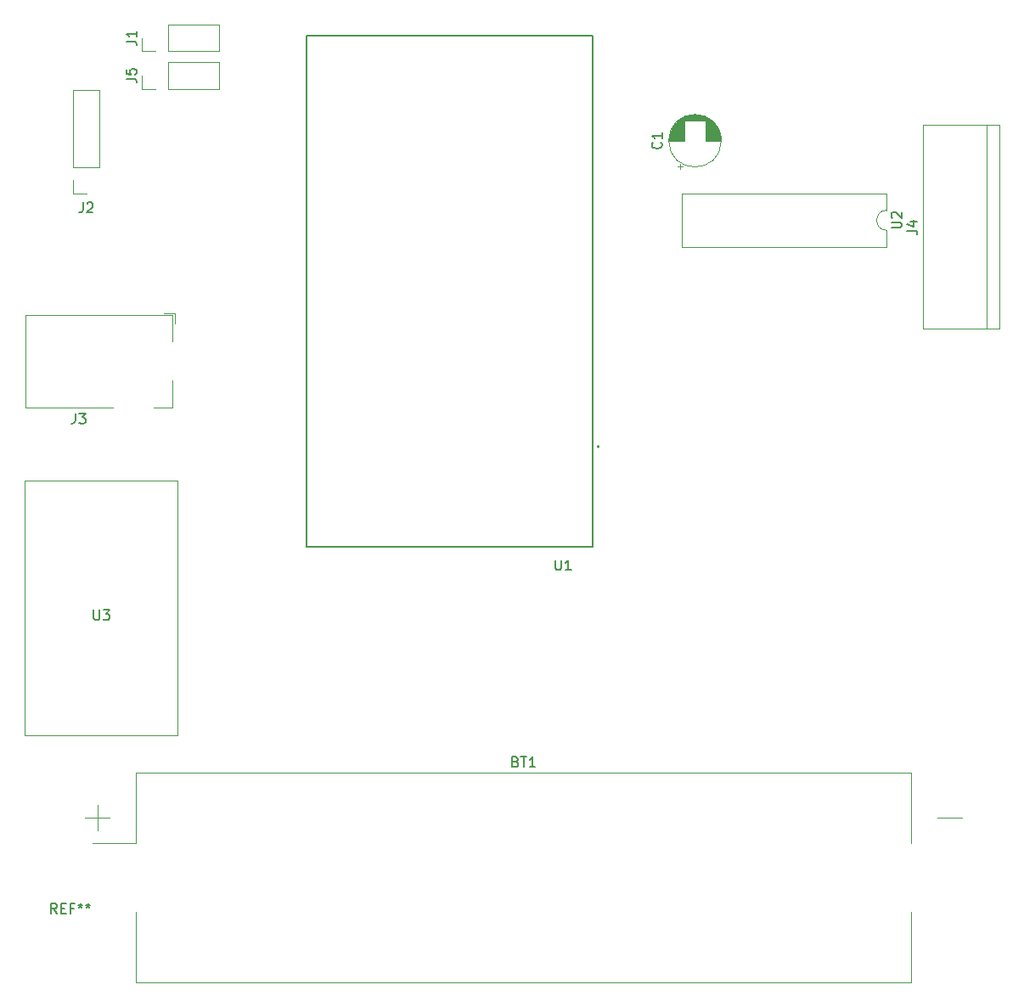
<source format=gbr>
%TF.GenerationSoftware,KiCad,Pcbnew,8.0.4+dfsg-1*%
%TF.CreationDate,2024-08-20T18:38:00-05:00*%
%TF.ProjectId,car-esp32-detector-de-obstaculos,6361722d-6573-4703-9332-2d6465746563,rev?*%
%TF.SameCoordinates,Original*%
%TF.FileFunction,Legend,Top*%
%TF.FilePolarity,Positive*%
%FSLAX46Y46*%
G04 Gerber Fmt 4.6, Leading zero omitted, Abs format (unit mm)*
G04 Created by KiCad (PCBNEW 8.0.4+dfsg-1) date 2024-08-20 18:38:00*
%MOMM*%
%LPD*%
G01*
G04 APERTURE LIST*
%ADD10C,0.150000*%
%ADD11C,0.127000*%
%ADD12C,0.200000*%
%ADD13C,0.120000*%
G04 APERTURE END LIST*
D10*
X43366666Y-126054819D02*
X43033333Y-125578628D01*
X42795238Y-126054819D02*
X42795238Y-125054819D01*
X42795238Y-125054819D02*
X43176190Y-125054819D01*
X43176190Y-125054819D02*
X43271428Y-125102438D01*
X43271428Y-125102438D02*
X43319047Y-125150057D01*
X43319047Y-125150057D02*
X43366666Y-125245295D01*
X43366666Y-125245295D02*
X43366666Y-125388152D01*
X43366666Y-125388152D02*
X43319047Y-125483390D01*
X43319047Y-125483390D02*
X43271428Y-125531009D01*
X43271428Y-125531009D02*
X43176190Y-125578628D01*
X43176190Y-125578628D02*
X42795238Y-125578628D01*
X43795238Y-125531009D02*
X44128571Y-125531009D01*
X44271428Y-126054819D02*
X43795238Y-126054819D01*
X43795238Y-126054819D02*
X43795238Y-125054819D01*
X43795238Y-125054819D02*
X44271428Y-125054819D01*
X45033333Y-125531009D02*
X44700000Y-125531009D01*
X44700000Y-126054819D02*
X44700000Y-125054819D01*
X44700000Y-125054819D02*
X45176190Y-125054819D01*
X45700000Y-125054819D02*
X45700000Y-125292914D01*
X45461905Y-125197676D02*
X45700000Y-125292914D01*
X45700000Y-125292914D02*
X45938095Y-125197676D01*
X45557143Y-125483390D02*
X45700000Y-125292914D01*
X45700000Y-125292914D02*
X45842857Y-125483390D01*
X46461905Y-125054819D02*
X46461905Y-125292914D01*
X46223810Y-125197676D02*
X46461905Y-125292914D01*
X46461905Y-125292914D02*
X46700000Y-125197676D01*
X46319048Y-125483390D02*
X46461905Y-125292914D01*
X46461905Y-125292914D02*
X46604762Y-125483390D01*
X93093095Y-90814819D02*
X93093095Y-91624342D01*
X93093095Y-91624342D02*
X93140714Y-91719580D01*
X93140714Y-91719580D02*
X93188333Y-91767200D01*
X93188333Y-91767200D02*
X93283571Y-91814819D01*
X93283571Y-91814819D02*
X93474047Y-91814819D01*
X93474047Y-91814819D02*
X93569285Y-91767200D01*
X93569285Y-91767200D02*
X93616904Y-91719580D01*
X93616904Y-91719580D02*
X93664523Y-91624342D01*
X93664523Y-91624342D02*
X93664523Y-90814819D01*
X94664523Y-91814819D02*
X94093095Y-91814819D01*
X94378809Y-91814819D02*
X94378809Y-90814819D01*
X94378809Y-90814819D02*
X94283571Y-90957676D01*
X94283571Y-90957676D02*
X94188333Y-91052914D01*
X94188333Y-91052914D02*
X94093095Y-91100533D01*
X45216666Y-76204819D02*
X45216666Y-76919104D01*
X45216666Y-76919104D02*
X45169047Y-77061961D01*
X45169047Y-77061961D02*
X45073809Y-77157200D01*
X45073809Y-77157200D02*
X44930952Y-77204819D01*
X44930952Y-77204819D02*
X44835714Y-77204819D01*
X45597619Y-76204819D02*
X46216666Y-76204819D01*
X46216666Y-76204819D02*
X45883333Y-76585771D01*
X45883333Y-76585771D02*
X46026190Y-76585771D01*
X46026190Y-76585771D02*
X46121428Y-76633390D01*
X46121428Y-76633390D02*
X46169047Y-76681009D01*
X46169047Y-76681009D02*
X46216666Y-76776247D01*
X46216666Y-76776247D02*
X46216666Y-77014342D01*
X46216666Y-77014342D02*
X46169047Y-77109580D01*
X46169047Y-77109580D02*
X46121428Y-77157200D01*
X46121428Y-77157200D02*
X46026190Y-77204819D01*
X46026190Y-77204819D02*
X45740476Y-77204819D01*
X45740476Y-77204819D02*
X45645238Y-77157200D01*
X45645238Y-77157200D02*
X45597619Y-77109580D01*
X47048095Y-95794819D02*
X47048095Y-96604342D01*
X47048095Y-96604342D02*
X47095714Y-96699580D01*
X47095714Y-96699580D02*
X47143333Y-96747200D01*
X47143333Y-96747200D02*
X47238571Y-96794819D01*
X47238571Y-96794819D02*
X47429047Y-96794819D01*
X47429047Y-96794819D02*
X47524285Y-96747200D01*
X47524285Y-96747200D02*
X47571904Y-96699580D01*
X47571904Y-96699580D02*
X47619523Y-96604342D01*
X47619523Y-96604342D02*
X47619523Y-95794819D01*
X48000476Y-95794819D02*
X48619523Y-95794819D01*
X48619523Y-95794819D02*
X48286190Y-96175771D01*
X48286190Y-96175771D02*
X48429047Y-96175771D01*
X48429047Y-96175771D02*
X48524285Y-96223390D01*
X48524285Y-96223390D02*
X48571904Y-96271009D01*
X48571904Y-96271009D02*
X48619523Y-96366247D01*
X48619523Y-96366247D02*
X48619523Y-96604342D01*
X48619523Y-96604342D02*
X48571904Y-96699580D01*
X48571904Y-96699580D02*
X48524285Y-96747200D01*
X48524285Y-96747200D02*
X48429047Y-96794819D01*
X48429047Y-96794819D02*
X48143333Y-96794819D01*
X48143333Y-96794819D02*
X48048095Y-96747200D01*
X48048095Y-96747200D02*
X48000476Y-96699580D01*
X50294819Y-42833333D02*
X51009104Y-42833333D01*
X51009104Y-42833333D02*
X51151961Y-42880952D01*
X51151961Y-42880952D02*
X51247200Y-42976190D01*
X51247200Y-42976190D02*
X51294819Y-43119047D01*
X51294819Y-43119047D02*
X51294819Y-43214285D01*
X50294819Y-41880952D02*
X50294819Y-42357142D01*
X50294819Y-42357142D02*
X50771009Y-42404761D01*
X50771009Y-42404761D02*
X50723390Y-42357142D01*
X50723390Y-42357142D02*
X50675771Y-42261904D01*
X50675771Y-42261904D02*
X50675771Y-42023809D01*
X50675771Y-42023809D02*
X50723390Y-41928571D01*
X50723390Y-41928571D02*
X50771009Y-41880952D01*
X50771009Y-41880952D02*
X50866247Y-41833333D01*
X50866247Y-41833333D02*
X51104342Y-41833333D01*
X51104342Y-41833333D02*
X51199580Y-41880952D01*
X51199580Y-41880952D02*
X51247200Y-41928571D01*
X51247200Y-41928571D02*
X51294819Y-42023809D01*
X51294819Y-42023809D02*
X51294819Y-42261904D01*
X51294819Y-42261904D02*
X51247200Y-42357142D01*
X51247200Y-42357142D02*
X51199580Y-42404761D01*
X45966666Y-55164819D02*
X45966666Y-55879104D01*
X45966666Y-55879104D02*
X45919047Y-56021961D01*
X45919047Y-56021961D02*
X45823809Y-56117200D01*
X45823809Y-56117200D02*
X45680952Y-56164819D01*
X45680952Y-56164819D02*
X45585714Y-56164819D01*
X46395238Y-55260057D02*
X46442857Y-55212438D01*
X46442857Y-55212438D02*
X46538095Y-55164819D01*
X46538095Y-55164819D02*
X46776190Y-55164819D01*
X46776190Y-55164819D02*
X46871428Y-55212438D01*
X46871428Y-55212438D02*
X46919047Y-55260057D01*
X46919047Y-55260057D02*
X46966666Y-55355295D01*
X46966666Y-55355295D02*
X46966666Y-55450533D01*
X46966666Y-55450533D02*
X46919047Y-55593390D01*
X46919047Y-55593390D02*
X46347619Y-56164819D01*
X46347619Y-56164819D02*
X46966666Y-56164819D01*
X89114285Y-110931009D02*
X89257142Y-110978628D01*
X89257142Y-110978628D02*
X89304761Y-111026247D01*
X89304761Y-111026247D02*
X89352380Y-111121485D01*
X89352380Y-111121485D02*
X89352380Y-111264342D01*
X89352380Y-111264342D02*
X89304761Y-111359580D01*
X89304761Y-111359580D02*
X89257142Y-111407200D01*
X89257142Y-111407200D02*
X89161904Y-111454819D01*
X89161904Y-111454819D02*
X88780952Y-111454819D01*
X88780952Y-111454819D02*
X88780952Y-110454819D01*
X88780952Y-110454819D02*
X89114285Y-110454819D01*
X89114285Y-110454819D02*
X89209523Y-110502438D01*
X89209523Y-110502438D02*
X89257142Y-110550057D01*
X89257142Y-110550057D02*
X89304761Y-110645295D01*
X89304761Y-110645295D02*
X89304761Y-110740533D01*
X89304761Y-110740533D02*
X89257142Y-110835771D01*
X89257142Y-110835771D02*
X89209523Y-110883390D01*
X89209523Y-110883390D02*
X89114285Y-110931009D01*
X89114285Y-110931009D02*
X88780952Y-110931009D01*
X89638095Y-110454819D02*
X90209523Y-110454819D01*
X89923809Y-111454819D02*
X89923809Y-110454819D01*
X91066666Y-111454819D02*
X90495238Y-111454819D01*
X90780952Y-111454819D02*
X90780952Y-110454819D01*
X90780952Y-110454819D02*
X90685714Y-110597676D01*
X90685714Y-110597676D02*
X90590476Y-110692914D01*
X90590476Y-110692914D02*
X90495238Y-110740533D01*
X103609580Y-49166666D02*
X103657200Y-49214285D01*
X103657200Y-49214285D02*
X103704819Y-49357142D01*
X103704819Y-49357142D02*
X103704819Y-49452380D01*
X103704819Y-49452380D02*
X103657200Y-49595237D01*
X103657200Y-49595237D02*
X103561961Y-49690475D01*
X103561961Y-49690475D02*
X103466723Y-49738094D01*
X103466723Y-49738094D02*
X103276247Y-49785713D01*
X103276247Y-49785713D02*
X103133390Y-49785713D01*
X103133390Y-49785713D02*
X102942914Y-49738094D01*
X102942914Y-49738094D02*
X102847676Y-49690475D01*
X102847676Y-49690475D02*
X102752438Y-49595237D01*
X102752438Y-49595237D02*
X102704819Y-49452380D01*
X102704819Y-49452380D02*
X102704819Y-49357142D01*
X102704819Y-49357142D02*
X102752438Y-49214285D01*
X102752438Y-49214285D02*
X102800057Y-49166666D01*
X103704819Y-48214285D02*
X103704819Y-48785713D01*
X103704819Y-48499999D02*
X102704819Y-48499999D01*
X102704819Y-48499999D02*
X102847676Y-48595237D01*
X102847676Y-48595237D02*
X102942914Y-48690475D01*
X102942914Y-48690475D02*
X102990533Y-48785713D01*
X50294819Y-39083333D02*
X51009104Y-39083333D01*
X51009104Y-39083333D02*
X51151961Y-39130952D01*
X51151961Y-39130952D02*
X51247200Y-39226190D01*
X51247200Y-39226190D02*
X51294819Y-39369047D01*
X51294819Y-39369047D02*
X51294819Y-39464285D01*
X51294819Y-38083333D02*
X51294819Y-38654761D01*
X51294819Y-38369047D02*
X50294819Y-38369047D01*
X50294819Y-38369047D02*
X50437676Y-38464285D01*
X50437676Y-38464285D02*
X50532914Y-38559523D01*
X50532914Y-38559523D02*
X50580533Y-38654761D01*
X126574819Y-57701904D02*
X127384342Y-57701904D01*
X127384342Y-57701904D02*
X127479580Y-57654285D01*
X127479580Y-57654285D02*
X127527200Y-57606666D01*
X127527200Y-57606666D02*
X127574819Y-57511428D01*
X127574819Y-57511428D02*
X127574819Y-57320952D01*
X127574819Y-57320952D02*
X127527200Y-57225714D01*
X127527200Y-57225714D02*
X127479580Y-57178095D01*
X127479580Y-57178095D02*
X127384342Y-57130476D01*
X127384342Y-57130476D02*
X126574819Y-57130476D01*
X126670057Y-56701904D02*
X126622438Y-56654285D01*
X126622438Y-56654285D02*
X126574819Y-56559047D01*
X126574819Y-56559047D02*
X126574819Y-56320952D01*
X126574819Y-56320952D02*
X126622438Y-56225714D01*
X126622438Y-56225714D02*
X126670057Y-56178095D01*
X126670057Y-56178095D02*
X126765295Y-56130476D01*
X126765295Y-56130476D02*
X126860533Y-56130476D01*
X126860533Y-56130476D02*
X127003390Y-56178095D01*
X127003390Y-56178095D02*
X127574819Y-56749523D01*
X127574819Y-56749523D02*
X127574819Y-56130476D01*
X128154819Y-57973333D02*
X128869104Y-57973333D01*
X128869104Y-57973333D02*
X129011961Y-58020952D01*
X129011961Y-58020952D02*
X129107200Y-58116190D01*
X129107200Y-58116190D02*
X129154819Y-58259047D01*
X129154819Y-58259047D02*
X129154819Y-58354285D01*
X128488152Y-57068571D02*
X129154819Y-57068571D01*
X128107200Y-57306666D02*
X128821485Y-57544761D01*
X128821485Y-57544761D02*
X128821485Y-56925714D01*
D11*
%TO.C,U1*%
X68270000Y-38525000D02*
X96780000Y-38525000D01*
X68270000Y-89475000D02*
X68270000Y-38525000D01*
X68270000Y-89475000D02*
X68270000Y-38525000D01*
X73720000Y-38525000D02*
X68270000Y-38525000D01*
X79000000Y-89475000D02*
X68270000Y-89475000D01*
X85711000Y-89475000D02*
X79000000Y-89475000D01*
X91410000Y-38525000D02*
X73720000Y-38525000D01*
X96780000Y-38525000D02*
X91410000Y-38525000D01*
X96780000Y-38525000D02*
X96780000Y-89475000D01*
X96780000Y-38525000D02*
X96780000Y-89475000D01*
X96780000Y-89475000D02*
X68270000Y-89475000D01*
X96780000Y-89475000D02*
X85711000Y-89475000D01*
D12*
X97450000Y-79515000D02*
G75*
G02*
X97250000Y-79515000I-100000J0D01*
G01*
X97250000Y-79515000D02*
G75*
G02*
X97450000Y-79515000I100000J0D01*
G01*
D13*
%TO.C,J3*%
X40200000Y-66400000D02*
X54900000Y-66400000D01*
X40200000Y-75600000D02*
X40200000Y-66400000D01*
X49000000Y-75600000D02*
X40200000Y-75600000D01*
X54050000Y-66200000D02*
X55100000Y-66200000D01*
X54900000Y-66400000D02*
X54900000Y-69000000D01*
X54900000Y-72900000D02*
X54900000Y-75600000D01*
X54900000Y-75600000D02*
X53000000Y-75600000D01*
X55100000Y-67250000D02*
X55100000Y-66200000D01*
%TO.C,U3*%
X40190000Y-82870000D02*
X55430000Y-82870000D01*
X55430000Y-108270000D01*
X40190000Y-108270000D01*
X40190000Y-82870000D01*
%TO.C,J5*%
X51840000Y-43830000D02*
X51840000Y-42500000D01*
X53170000Y-43830000D02*
X51840000Y-43830000D01*
X54440000Y-41170000D02*
X59580000Y-41170000D01*
X54440000Y-43830000D02*
X54440000Y-41170000D01*
X54440000Y-43830000D02*
X59580000Y-43830000D01*
X59580000Y-43830000D02*
X59580000Y-41170000D01*
%TO.C,J2*%
X44970000Y-51670000D02*
X44970000Y-43990000D01*
X44970000Y-54270000D02*
X44970000Y-52940000D01*
X46300000Y-54270000D02*
X44970000Y-54270000D01*
X47630000Y-43990000D02*
X44970000Y-43990000D01*
X47630000Y-51670000D02*
X44970000Y-51670000D01*
X47630000Y-51670000D02*
X47630000Y-43990000D01*
%TO.C,BT1*%
X46150000Y-116500000D02*
X48650000Y-116500000D01*
X47400000Y-117750000D02*
X47400000Y-115250000D01*
X51260000Y-112060000D02*
X51260000Y-119060000D01*
X51260000Y-119060000D02*
X46900000Y-119060000D01*
X51260000Y-132940000D02*
X51260000Y-125940000D01*
X128540000Y-112060000D02*
X51260000Y-112060000D01*
X128540000Y-119060000D02*
X128540000Y-112080000D01*
X128540000Y-125940000D02*
X128540000Y-132940000D01*
X128540000Y-132940000D02*
X51260000Y-132940000D01*
X133650000Y-116500000D02*
X131150000Y-116500000D01*
%TO.C,C1*%
X105525000Y-51804775D02*
X105525000Y-51304775D01*
X105275000Y-51554775D02*
X105775000Y-51554775D01*
X104420000Y-49000000D02*
X105960000Y-49000000D01*
X108040000Y-49000000D02*
X109580000Y-49000000D01*
X104420000Y-48960000D02*
X105960000Y-48960000D01*
X108040000Y-48960000D02*
X109580000Y-48960000D01*
X104421000Y-48920000D02*
X105960000Y-48920000D01*
X108040000Y-48920000D02*
X109579000Y-48920000D01*
X104422000Y-48880000D02*
X105960000Y-48880000D01*
X108040000Y-48880000D02*
X109578000Y-48880000D01*
X104424000Y-48840000D02*
X105960000Y-48840000D01*
X108040000Y-48840000D02*
X109576000Y-48840000D01*
X104427000Y-48800000D02*
X105960000Y-48800000D01*
X108040000Y-48800000D02*
X109573000Y-48800000D01*
X104431000Y-48760000D02*
X105960000Y-48760000D01*
X108040000Y-48760000D02*
X109569000Y-48760000D01*
X104435000Y-48720000D02*
X105960000Y-48720000D01*
X108040000Y-48720000D02*
X109565000Y-48720000D01*
X104439000Y-48680000D02*
X105960000Y-48680000D01*
X108040000Y-48680000D02*
X109561000Y-48680000D01*
X104444000Y-48640000D02*
X105960000Y-48640000D01*
X108040000Y-48640000D02*
X109556000Y-48640000D01*
X104450000Y-48600000D02*
X105960000Y-48600000D01*
X108040000Y-48600000D02*
X109550000Y-48600000D01*
X104457000Y-48560000D02*
X105960000Y-48560000D01*
X108040000Y-48560000D02*
X109543000Y-48560000D01*
X104464000Y-48520000D02*
X105960000Y-48520000D01*
X108040000Y-48520000D02*
X109536000Y-48520000D01*
X104472000Y-48480000D02*
X105960000Y-48480000D01*
X108040000Y-48480000D02*
X109528000Y-48480000D01*
X104480000Y-48440000D02*
X105960000Y-48440000D01*
X108040000Y-48440000D02*
X109520000Y-48440000D01*
X104489000Y-48400000D02*
X105960000Y-48400000D01*
X108040000Y-48400000D02*
X109511000Y-48400000D01*
X104499000Y-48360000D02*
X105960000Y-48360000D01*
X108040000Y-48360000D02*
X109501000Y-48360000D01*
X104509000Y-48320000D02*
X105960000Y-48320000D01*
X108040000Y-48320000D02*
X109491000Y-48320000D01*
X104520000Y-48279000D02*
X105960000Y-48279000D01*
X108040000Y-48279000D02*
X109480000Y-48279000D01*
X104532000Y-48239000D02*
X105960000Y-48239000D01*
X108040000Y-48239000D02*
X109468000Y-48239000D01*
X104545000Y-48199000D02*
X105960000Y-48199000D01*
X108040000Y-48199000D02*
X109455000Y-48199000D01*
X104558000Y-48159000D02*
X105960000Y-48159000D01*
X108040000Y-48159000D02*
X109442000Y-48159000D01*
X104572000Y-48119000D02*
X105960000Y-48119000D01*
X108040000Y-48119000D02*
X109428000Y-48119000D01*
X104586000Y-48079000D02*
X105960000Y-48079000D01*
X108040000Y-48079000D02*
X109414000Y-48079000D01*
X104602000Y-48039000D02*
X105960000Y-48039000D01*
X108040000Y-48039000D02*
X109398000Y-48039000D01*
X104618000Y-47999000D02*
X105960000Y-47999000D01*
X108040000Y-47999000D02*
X109382000Y-47999000D01*
X104635000Y-47959000D02*
X105960000Y-47959000D01*
X108040000Y-47959000D02*
X109365000Y-47959000D01*
X104652000Y-47919000D02*
X105960000Y-47919000D01*
X108040000Y-47919000D02*
X109348000Y-47919000D01*
X104671000Y-47879000D02*
X105960000Y-47879000D01*
X108040000Y-47879000D02*
X109329000Y-47879000D01*
X104690000Y-47839000D02*
X105960000Y-47839000D01*
X108040000Y-47839000D02*
X109310000Y-47839000D01*
X104710000Y-47799000D02*
X105960000Y-47799000D01*
X108040000Y-47799000D02*
X109290000Y-47799000D01*
X104732000Y-47759000D02*
X105960000Y-47759000D01*
X108040000Y-47759000D02*
X109268000Y-47759000D01*
X104753000Y-47719000D02*
X105960000Y-47719000D01*
X108040000Y-47719000D02*
X109247000Y-47719000D01*
X104776000Y-47679000D02*
X105960000Y-47679000D01*
X108040000Y-47679000D02*
X109224000Y-47679000D01*
X104800000Y-47639000D02*
X105960000Y-47639000D01*
X108040000Y-47639000D02*
X109200000Y-47639000D01*
X104825000Y-47599000D02*
X105960000Y-47599000D01*
X108040000Y-47599000D02*
X109175000Y-47599000D01*
X104851000Y-47559000D02*
X105960000Y-47559000D01*
X108040000Y-47559000D02*
X109149000Y-47559000D01*
X104878000Y-47519000D02*
X105960000Y-47519000D01*
X108040000Y-47519000D02*
X109122000Y-47519000D01*
X104905000Y-47479000D02*
X105960000Y-47479000D01*
X108040000Y-47479000D02*
X109095000Y-47479000D01*
X104935000Y-47439000D02*
X105960000Y-47439000D01*
X108040000Y-47439000D02*
X109065000Y-47439000D01*
X104965000Y-47399000D02*
X105960000Y-47399000D01*
X108040000Y-47399000D02*
X109035000Y-47399000D01*
X104996000Y-47359000D02*
X105960000Y-47359000D01*
X108040000Y-47359000D02*
X109004000Y-47359000D01*
X105029000Y-47319000D02*
X105960000Y-47319000D01*
X108040000Y-47319000D02*
X108971000Y-47319000D01*
X105063000Y-47279000D02*
X105960000Y-47279000D01*
X108040000Y-47279000D02*
X108937000Y-47279000D01*
X105099000Y-47239000D02*
X105960000Y-47239000D01*
X108040000Y-47239000D02*
X108901000Y-47239000D01*
X105136000Y-47199000D02*
X105960000Y-47199000D01*
X108040000Y-47199000D02*
X108864000Y-47199000D01*
X105174000Y-47159000D02*
X105960000Y-47159000D01*
X108040000Y-47159000D02*
X108826000Y-47159000D01*
X105215000Y-47119000D02*
X105960000Y-47119000D01*
X108040000Y-47119000D02*
X108785000Y-47119000D01*
X105257000Y-47079000D02*
X105960000Y-47079000D01*
X108040000Y-47079000D02*
X108743000Y-47079000D01*
X105301000Y-47039000D02*
X105960000Y-47039000D01*
X108040000Y-47039000D02*
X108699000Y-47039000D01*
X105347000Y-46999000D02*
X105960000Y-46999000D01*
X108040000Y-46999000D02*
X108653000Y-46999000D01*
X105395000Y-46959000D02*
X108605000Y-46959000D01*
X105446000Y-46919000D02*
X108554000Y-46919000D01*
X105500000Y-46879000D02*
X108500000Y-46879000D01*
X105557000Y-46839000D02*
X108443000Y-46839000D01*
X105617000Y-46799000D02*
X108383000Y-46799000D01*
X105681000Y-46759000D02*
X108319000Y-46759000D01*
X105749000Y-46719000D02*
X108251000Y-46719000D01*
X105822000Y-46679000D02*
X108178000Y-46679000D01*
X105902000Y-46639000D02*
X108098000Y-46639000D01*
X105989000Y-46599000D02*
X108011000Y-46599000D01*
X106085000Y-46559000D02*
X107915000Y-46559000D01*
X106195000Y-46519000D02*
X107805000Y-46519000D01*
X106323000Y-46479000D02*
X107677000Y-46479000D01*
X106482000Y-46439000D02*
X107518000Y-46439000D01*
X106716000Y-46399000D02*
X107284000Y-46399000D01*
X109620000Y-49000000D02*
G75*
G02*
X104380000Y-49000000I-2620000J0D01*
G01*
X104380000Y-49000000D02*
G75*
G02*
X109620000Y-49000000I2620000J0D01*
G01*
%TO.C,J1*%
X51840000Y-40080000D02*
X51840000Y-38750000D01*
X53170000Y-40080000D02*
X51840000Y-40080000D01*
X54440000Y-37420000D02*
X59580000Y-37420000D01*
X54440000Y-40080000D02*
X54440000Y-37420000D01*
X54440000Y-40080000D02*
X59580000Y-40080000D01*
X59580000Y-40080000D02*
X59580000Y-37420000D01*
%TO.C,U2*%
X126120000Y-54290000D02*
X105680000Y-54290000D01*
X105680000Y-54290000D02*
X105680000Y-59590000D01*
X126120000Y-55940000D02*
X126120000Y-54290000D01*
X126120000Y-59590000D02*
X126120000Y-57940000D01*
X105680000Y-59590000D02*
X126120000Y-59590000D01*
X126120000Y-57940000D02*
G75*
G02*
X126120000Y-55940000I0J1000000D01*
G01*
%TO.C,J4*%
X129690000Y-67780000D02*
X129690000Y-47460000D01*
X129690000Y-67780000D02*
X137310000Y-67780000D01*
X136040000Y-47460000D02*
X136040000Y-67780000D01*
X137310000Y-47460000D02*
X129690000Y-47460000D01*
X137310000Y-67780000D02*
X137310000Y-47460000D01*
%TD*%
M02*

</source>
